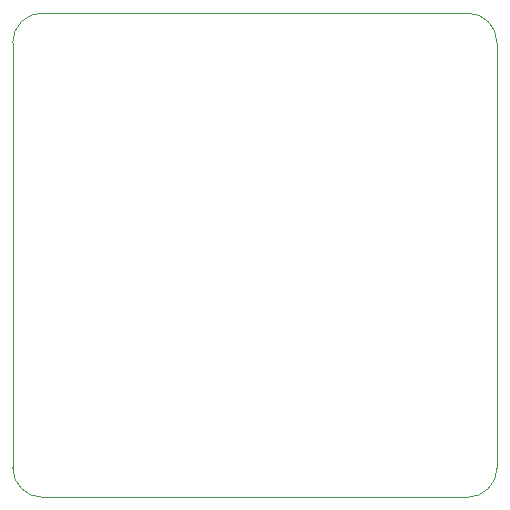
<source format=gm1>
%TF.GenerationSoftware,KiCad,Pcbnew,(6.0.1)*%
%TF.CreationDate,2022-02-16T12:07:44+01:00*%
%TF.ProjectId,f1c200s,66316332-3030-4732-9e6b-696361645f70,rev?*%
%TF.SameCoordinates,PX754fbd0PY813b7f0*%
%TF.FileFunction,Profile,NP*%
%FSLAX46Y46*%
G04 Gerber Fmt 4.6, Leading zero omitted, Abs format (unit mm)*
G04 Created by KiCad (PCBNEW (6.0.1)) date 2022-02-16 12:07:44*
%MOMM*%
%LPD*%
G01*
G04 APERTURE LIST*
%TA.AperFunction,Profile*%
%ADD10C,0.100000*%
%TD*%
G04 APERTURE END LIST*
D10*
X40989999Y2509999D02*
X40990000Y38510000D01*
X40990000Y38510000D02*
G75*
G03*
X38490000Y41010000I-2500000J0D01*
G01*
X-9999Y38510000D02*
X-10000Y2510001D01*
X38489999Y9999D02*
X2490000Y10001D01*
X2490001Y41010000D02*
X38490000Y41010000D01*
X2490001Y41010000D02*
G75*
G03*
X-9999Y38510000I0J-2500000D01*
G01*
X-10000Y2510001D02*
G75*
G03*
X2490000Y10001I2500000J0D01*
G01*
X38489999Y9999D02*
G75*
G03*
X40989999Y2509999I0J2500000D01*
G01*
M02*

</source>
